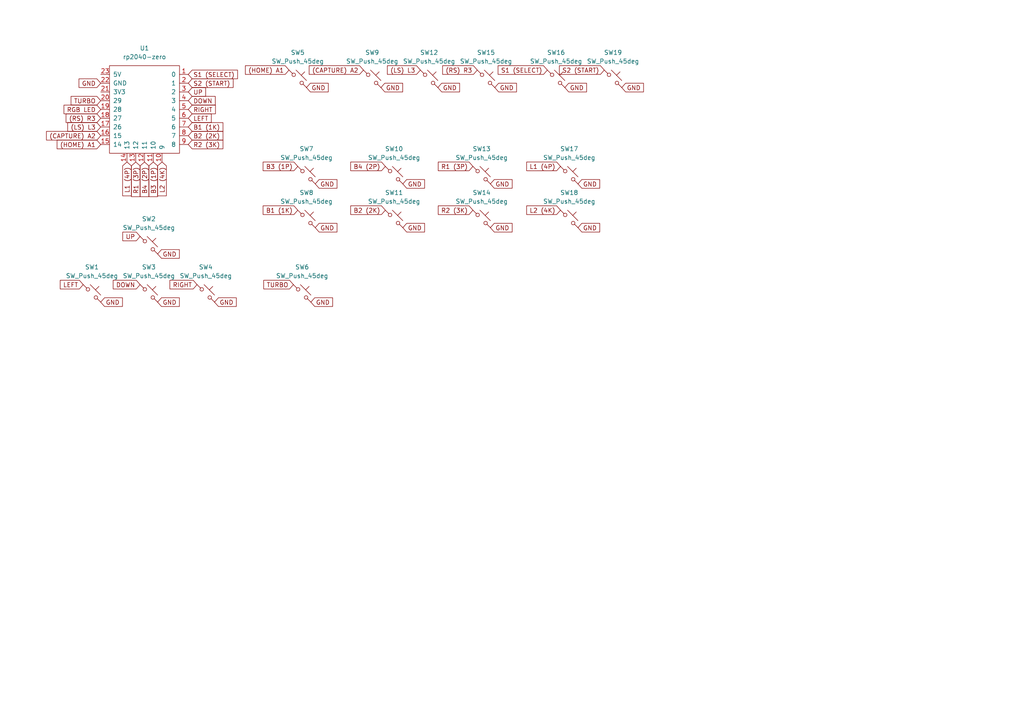
<source format=kicad_sch>
(kicad_sch (version 20211123) (generator eeschema)
  (paper "A4")
  (lib_symbols
    (symbol "Switch:SW_Push_45deg" (pin_numbers hide) (pin_names (offset 1.016) hide)
      (property "Reference" "SW" (at 3.048 1.016 0))
      (property "Value" "SW_Push_45deg" (at 0 -3.81 0))
      (symbol "SW_Push_45deg_0_1"
        (circle (center -1.1684 1.1684) (radius 0.508))
        (polyline (pts (xy -0.508 2.54) (xy 2.54 -0.508)))
        (polyline (pts (xy 1.016 1.016) (xy 2.032 2.032)))
        (polyline (pts (xy -2.54 2.54) (xy -1.524 1.524) (xy -1.524 1.524)))
        (polyline (pts (xy 1.524 -1.524) (xy 2.54 -2.54) (xy 2.54 -2.54) (xy 2.54 -2.54)))
        (circle (center 1.143 -1.1938) (radius 0.508))
        (pin passive line (at -2.54 2.54 0) (length 0) (name "1") (number "1"))
        (pin passive line (at 2.54 -2.54 180) (length 0) (name "2") (number "2"))
      )
    )
    (symbol "mcu:rp2040-zero" (pin_names (offset 1.016))
      (property "Reference" "U" (at 0 15.24 0))
      (property "Value" "rp2040-zero" (at 0 12.7 0))
      (symbol "rp2040-zero_0_1"
        (rectangle (start -10.16 11.43) (end 10.16 -13.97))
      )
      (symbol "rp2040-zero_1_1"
        (pin bidirectional line (at 12.7 8.89 180) (length 2.54) (name "0") (number "1"))
        (pin bidirectional line (at 5.08 -16.51 90) (length 2.54) (name "9") (number "10"))
        (pin bidirectional line (at 2.54 -16.51 90) (length 2.54) (name "10") (number "11"))
        (pin bidirectional line (at 0 -16.51 90) (length 2.54) (name "11") (number "12"))
        (pin bidirectional line (at -2.54 -16.51 90) (length 2.54) (name "12") (number "13"))
        (pin bidirectional line (at -5.08 -16.51 90) (length 2.54) (name "13") (number "14"))
        (pin bidirectional line (at -12.7 -11.43 0) (length 2.54) (name "14") (number "15"))
        (pin bidirectional line (at -12.7 -8.89 0) (length 2.54) (name "15") (number "16"))
        (pin bidirectional line (at -12.7 -6.35 0) (length 2.54) (name "26") (number "17"))
        (pin bidirectional line (at -12.7 -3.81 0) (length 2.54) (name "27") (number "18"))
        (pin bidirectional line (at -12.7 -1.27 0) (length 2.54) (name "28") (number "19"))
        (pin bidirectional line (at 12.7 6.35 180) (length 2.54) (name "1") (number "2"))
        (pin bidirectional line (at -12.7 1.27 0) (length 2.54) (name "29") (number "20"))
        (pin power_out line (at -12.7 3.81 0) (length 2.54) (name "3V3") (number "21"))
        (pin power_out line (at -12.7 6.35 0) (length 2.54) (name "GND") (number "22"))
        (pin power_out line (at -12.7 8.89 0) (length 2.54) (name "5V") (number "23"))
        (pin bidirectional line (at 12.7 3.81 180) (length 2.54) (name "2") (number "3"))
        (pin bidirectional line (at 12.7 1.27 180) (length 2.54) (name "3") (number "4"))
        (pin bidirectional line (at 12.7 -1.27 180) (length 2.54) (name "4") (number "5"))
        (pin bidirectional line (at 12.7 -3.81 180) (length 2.54) (name "5") (number "6"))
        (pin bidirectional line (at 12.7 -6.35 180) (length 2.54) (name "6") (number "7"))
        (pin bidirectional line (at 12.7 -8.89 180) (length 2.54) (name "7") (number "8"))
        (pin bidirectional line (at 12.7 -11.43 180) (length 2.54) (name "8") (number "9"))
      )
    )
  )
  (global_label "DOWN" (shape input) (at 40.64 82.55 180) (property "Intersheet References" "${INTERSHEET_REFS}" (effects hide)))
  (global_label "GND" (shape input) (at 91.44 66.04 0) (property "Intersheet References" "${INTERSHEET_REFS}" (effects hide)))
  (global_label "GND" (shape input) (at 143.51 25.4 0) (property "Intersheet References" "${INTERSHEET_REFS}" (effects hide)))
  (global_label "GND" (shape input) (at 163.83 25.4 0) (property "Intersheet References" "${INTERSHEET_REFS}" (effects hide)))
  (global_label "GND" (shape input) (at 116.84 53.34 0) (property "Intersheet References" "${INTERSHEET_REFS}" (effects hide)))
  (global_label "GND" (shape input) (at 142.24 53.34 0) (property "Intersheet References" "${INTERSHEET_REFS}" (effects hide)))
  (global_label "B1 (1K)" (shape input) (at 54.61 36.83 0) (property "Intersheet References" "${INTERSHEET_REFS}" (effects hide)))
  (global_label "(HOME) A1" (shape input) (at 29.21 41.91 180) (property "Intersheet References" "${INTERSHEET_REFS}" (effects hide)))
  (global_label "R1 (3P)" (shape input) (at 137.16 48.26 180) (property "Intersheet References" "${INTERSHEET_REFS}" (effects hide)))
  (global_label "GND" (shape input) (at 90.17 87.63 0) (property "Intersheet References" "${INTERSHEET_REFS}" (effects hide)))
  (global_label "B2 (2K)" (shape input) (at 111.76 60.96 180) (property "Intersheet References" "${INTERSHEET_REFS}" (effects hide)))
  (global_label "(HOME) A1" (shape input) (at 83.82 20.32 180) (property "Intersheet References" "${INTERSHEET_REFS}" (effects hide)))
  (global_label "GND" (shape input) (at 167.64 53.34 0) (property "Intersheet References" "${INTERSHEET_REFS}" (effects hide)))
  (global_label "R2 (3K)" (shape input) (at 137.16 60.96 180) (property "Intersheet References" "${INTERSHEET_REFS}" (effects hide)))
  (global_label "RGB LED" (shape input) (at 29.21 31.75 180) (property "Intersheet References" "${INTERSHEET_REFS}" (effects hide)))
  (global_label "R1 (3P)" (shape input) (at 39.37 46.99 270) (property "Intersheet References" "${INTERSHEET_REFS}" (effects hide)))
  (global_label "B3 (1P)" (shape input) (at 44.45 46.99 270) (property "Intersheet References" "${INTERSHEET_REFS}" (effects hide)))
  (global_label "DOWN" (shape input) (at 54.61 29.21 0) (property "Intersheet References" "${INTERSHEET_REFS}" (effects hide)))
  (global_label "LEFT" (shape input) (at 54.61 34.29 0) (property "Intersheet References" "${INTERSHEET_REFS}" (effects hide)))
  (global_label "(LS) L3" (shape input) (at 121.92 20.32 180) (property "Intersheet References" "${INTERSHEET_REFS}" (effects hide)))
  (global_label "LEFT" (shape input) (at 24.13 82.55 180) (property "Intersheet References" "${INTERSHEET_REFS}" (effects hide)))
  (global_label "(RS) R3" (shape input) (at 138.43 20.32 180) (property "Intersheet References" "${INTERSHEET_REFS}" (effects hide)))
  (global_label "S1 (SELECT)" (shape input) (at 158.75 20.32 180) (property "Intersheet References" "${INTERSHEET_REFS}" (effects hide)))
  (global_label "GND" (shape input) (at 91.44 53.34 0) (property "Intersheet References" "${INTERSHEET_REFS}" (effects hide)))
  (global_label "GND" (shape input) (at 116.84 66.04 0) (property "Intersheet References" "${INTERSHEET_REFS}" (effects hide)))
  (global_label "TURBO" (shape input) (at 85.09 82.55 180) (property "Intersheet References" "${INTERSHEET_REFS}" (effects hide)))
  (global_label "RIGHT" (shape input) (at 54.61 31.75 0) (property "Intersheet References" "${INTERSHEET_REFS}" (effects hide)))
  (global_label "L2 (4K)" (shape input) (at 46.99 46.99 270) (property "Intersheet References" "${INTERSHEET_REFS}" (effects hide)))
  (global_label "GND" (shape input) (at 127 25.4 0) (property "Intersheet References" "${INTERSHEET_REFS}" (effects hide)))
  (global_label "GND" (shape input) (at 29.21 87.63 0) (property "Intersheet References" "${INTERSHEET_REFS}" (effects hide)))
  (global_label "S2 (START)" (shape input) (at 54.61 24.13 0) (property "Intersheet References" "${INTERSHEET_REFS}" (effects hide)))
  (global_label "GND" (shape input) (at 110.49 25.4 0) (property "Intersheet References" "${INTERSHEET_REFS}" (effects hide)))
  (global_label "B2 (2K)" (shape input) (at 54.61 39.37 0) (property "Intersheet References" "${INTERSHEET_REFS}" (effects hide)))
  (global_label "L1 (4P)" (shape input) (at 36.83 46.99 270) (property "Intersheet References" "${INTERSHEET_REFS}" (effects hide)))
  (global_label "UP" (shape input) (at 54.61 26.67 0) (property "Intersheet References" "${INTERSHEET_REFS}" (effects hide)))
  (global_label "RIGHT" (shape input) (at 57.15 82.55 180) (property "Intersheet References" "${INTERSHEET_REFS}" (effects hide)))
  (global_label "(CAPTURE) A2" (shape input) (at 105.41 20.32 180) (property "Intersheet References" "${INTERSHEET_REFS}" (effects hide)))
  (global_label "S1 (SELECT)" (shape input) (at 54.61 21.59 0) (property "Intersheet References" "${INTERSHEET_REFS}" (effects hide)))
  (global_label "GND" (shape input) (at 45.72 87.63 0) (property "Intersheet References" "${INTERSHEET_REFS}" (effects hide)))
  (global_label "GND" (shape input) (at 88.9 25.4 0) (property "Intersheet References" "${INTERSHEET_REFS}" (effects hide)))
  (global_label "GND" (shape input) (at 29.21 24.13 180) (property "Intersheet References" "${INTERSHEET_REFS}" (effects hide)))
  (global_label "L2 (4K)" (shape input) (at 162.56 60.96 180) (property "Intersheet References" "${INTERSHEET_REFS}" (effects hide)))
  (global_label "GND" (shape input) (at 142.24 66.04 0) (property "Intersheet References" "${INTERSHEET_REFS}" (effects hide)))
  (global_label "(RS) R3" (shape input) (at 29.21 34.29 180) (property "Intersheet References" "${INTERSHEET_REFS}" (effects hide)))
  (global_label "(CAPTURE) A2" (shape input) (at 29.21 39.37 180) (property "Intersheet References" "${INTERSHEET_REFS}" (effects hide)))
  (global_label "B4 (2P)" (shape input) (at 111.76 48.26 180) (property "Intersheet References" "${INTERSHEET_REFS}" (effects hide)))
  (global_label "GND" (shape input) (at 180.34 25.4 0) (property "Intersheet References" "${INTERSHEET_REFS}" (effects hide)))
  (global_label "S2 (START)" (shape input) (at 175.26 20.32 180) (property "Intersheet References" "${INTERSHEET_REFS}" (effects hide)))
  (global_label "UP" (shape input) (at 40.64 68.58 180) (property "Intersheet References" "${INTERSHEET_REFS}" (effects hide)))
  (global_label "GND" (shape input) (at 62.23 87.63 0) (property "Intersheet References" "${INTERSHEET_REFS}" (effects hide)))
  (global_label "(LS) L3" (shape input) (at 29.21 36.83 180) (property "Intersheet References" "${INTERSHEET_REFS}" (effects hide)))
  (global_label "B3 (1P)" (shape input) (at 86.36 48.26 180) (property "Intersheet References" "${INTERSHEET_REFS}" (effects hide)))
  (global_label "R2 (3K)" (shape input) (at 54.61 41.91 0) (property "Intersheet References" "${INTERSHEET_REFS}" (effects hide)))
  (global_label "B4 (2P)" (shape input) (at 41.91 46.99 270) (property "Intersheet References" "${INTERSHEET_REFS}" (effects hide)))
  (global_label "L1 (4P)" (shape input) (at 162.56 48.26 180) (property "Intersheet References" "${INTERSHEET_REFS}" (effects hide)))
  (global_label "GND" (shape input) (at 45.72 73.66 0) (property "Intersheet References" "${INTERSHEET_REFS}" (effects hide)))
  (global_label "GND" (shape input) (at 167.64 66.04 0) (property "Intersheet References" "${INTERSHEET_REFS}" (effects hide)))
  (global_label "TURBO" (shape input) (at 29.21 29.21 180) (property "Intersheet References" "${INTERSHEET_REFS}" (effects hide)))
  (global_label "B1 (1K)" (shape input) (at 86.36 60.96 180) (property "Intersheet References" "${INTERSHEET_REFS}" (effects hide)))
  (symbol (lib_id "Switch:SW_Push_45deg") (at 88.9 50.8 0) (unit 1)
    (property "Reference" "SW7" (at 88.9 43.18 0))
    (property "Value" "SW_Push_45deg" (at 88.9 45.72 0))
  )
  (symbol (lib_id "Switch:SW_Push_45deg") (at 59.69 85.09 0) (unit 1)
    (property "Reference" "SW4" (at 59.69 77.47 0))
    (property "Value" "SW_Push_45deg" (at 59.69 80.01 0))
  )
  (symbol (lib_id "mcu:rp2040-zero") (at 41.91 30.48 0) (unit 1)
    (property "Reference" "U1" (at 41.91 13.97 0))
    (property "Value" "rp2040-zero" (at 41.91 16.51 0))
  )
  (symbol (lib_id "Switch:SW_Push_45deg") (at 26.67 85.09 0) (unit 1)
    (property "Reference" "SW1" (at 26.67 77.47 0))
    (property "Value" "SW_Push_45deg" (at 26.67 80.01 0))
  )
  (symbol (lib_id "Switch:SW_Push_45deg") (at 124.46 22.86 0) (unit 1)
    (property "Reference" "SW12" (at 124.46 15.24 0))
    (property "Value" "SW_Push_45deg" (at 124.46 17.78 0))
  )
  (symbol (lib_id "Switch:SW_Push_45deg") (at 177.8 22.86 0) (unit 1)
    (property "Reference" "SW19" (at 177.8 15.24 0))
    (property "Value" "SW_Push_45deg" (at 177.8 17.78 0))
  )
  (symbol (lib_id "Switch:SW_Push_45deg") (at 139.7 50.8 0) (unit 1)
    (property "Reference" "SW13" (at 139.7 43.18 0))
    (property "Value" "SW_Push_45deg" (at 139.7 45.72 0))
  )
  (symbol (lib_id "Switch:SW_Push_45deg") (at 88.9 63.5 0) (unit 1)
    (property "Reference" "SW8" (at 88.9 55.88 0))
    (property "Value" "SW_Push_45deg" (at 88.9 58.42 0))
  )
  (symbol (lib_id "Switch:SW_Push_45deg") (at 86.36 22.86 0) (unit 1)
    (property "Reference" "SW5" (at 86.36 15.24 0))
    (property "Value" "SW_Push_45deg" (at 86.36 17.78 0))
  )
  (symbol (lib_id "Switch:SW_Push_45deg") (at 165.1 50.8 0) (unit 1)
    (property "Reference" "SW17" (at 165.1 43.18 0))
    (property "Value" "SW_Push_45deg" (at 165.1 45.72 0))
  )
  (symbol (lib_id "Switch:SW_Push_45deg") (at 139.7 63.5 0) (unit 1)
    (property "Reference" "SW14" (at 139.7 55.88 0))
    (property "Value" "SW_Push_45deg" (at 139.7 58.42 0))
  )
  (symbol (lib_id "Switch:SW_Push_45deg") (at 87.63 85.09 0) (unit 1)
    (property "Reference" "SW6" (at 87.63 77.47 0))
    (property "Value" "SW_Push_45deg" (at 87.63 80.01 0))
  )
  (symbol (lib_id "Switch:SW_Push_45deg") (at 114.3 63.5 0) (unit 1)
    (property "Reference" "SW11" (at 114.3 55.88 0))
    (property "Value" "SW_Push_45deg" (at 114.3 58.42 0))
  )
  (symbol (lib_id "Switch:SW_Push_45deg") (at 107.95 22.86 0) (unit 1)
    (property "Reference" "SW9" (at 107.95 15.24 0))
    (property "Value" "SW_Push_45deg" (at 107.95 17.78 0))
  )
  (symbol (lib_id "Switch:SW_Push_45deg") (at 140.97 22.86 0) (unit 1)
    (property "Reference" "SW15" (at 140.97 15.24 0))
    (property "Value" "SW_Push_45deg" (at 140.97 17.78 0))
  )
  (symbol (lib_id "Switch:SW_Push_45deg") (at 43.18 71.12 0) (unit 1)
    (property "Reference" "SW2" (at 43.18 63.5 0))
    (property "Value" "SW_Push_45deg" (at 43.18 66.04 0))
  )
  (symbol (lib_id "Switch:SW_Push_45deg") (at 114.3 50.8 0) (unit 1)
    (property "Reference" "SW10" (at 114.3 43.18 0))
    (property "Value" "SW_Push_45deg" (at 114.3 45.72 0))
  )
  (symbol (lib_id "Switch:SW_Push_45deg") (at 161.29 22.86 0) (unit 1)
    (property "Reference" "SW16" (at 161.29 15.24 0))
    (property "Value" "SW_Push_45deg" (at 161.29 17.78 0))
  )
  (symbol (lib_id "Switch:SW_Push_45deg") (at 165.1 63.5 0) (unit 1)
    (property "Reference" "SW18" (at 165.1 55.88 0))
    (property "Value" "SW_Push_45deg" (at 165.1 58.42 0))
  )
  (symbol (lib_id "Switch:SW_Push_45deg") (at 43.18 85.09 0) (unit 1)
    (property "Reference" "SW3" (at 43.18 77.47 0))
    (property "Value" "SW_Push_45deg" (at 43.18 80.01 0))
  )
)
</source>
